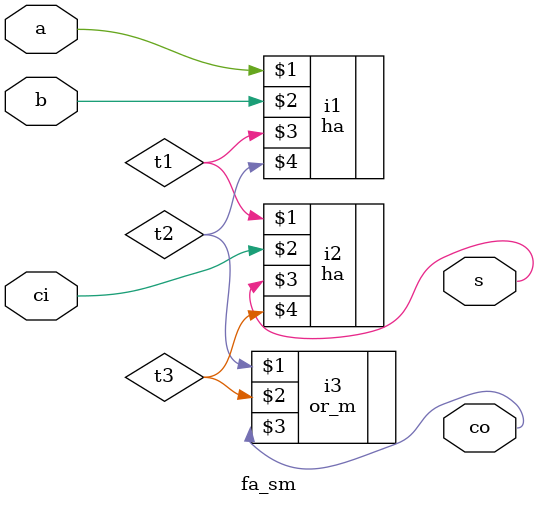
<source format=v>
module fa_sm(a,b,ci,s,co);

input a,b,ci;
output s,co;
wire t1,t2,t3;

ha i1(a,b,t1,t2);
ha i2(t1,ci,s,t3);
or_m i3(t2,t3,co);

endmodule
</source>
